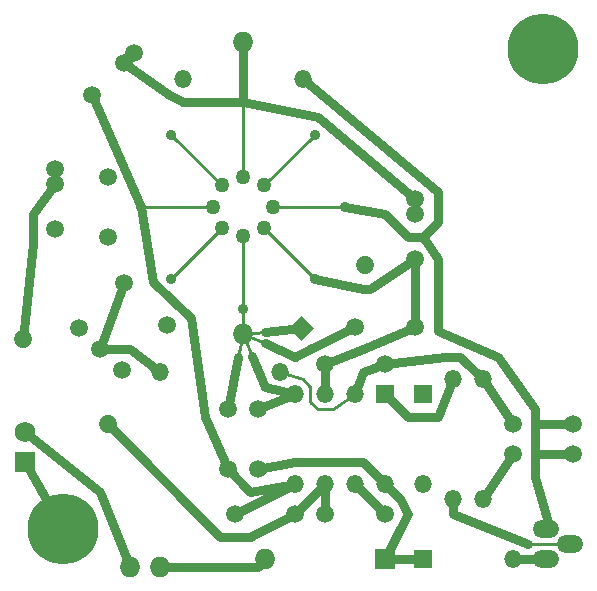
<source format=gbl>
G04 (created by PCBNEW (22-Jun-2014 BZR 4027)-stable) date Fri 29 Dec 2017 01:03:39 AM CST*
%MOIN*%
G04 Gerber Fmt 3.4, Leading zero omitted, Abs format*
%FSLAX34Y34*%
G01*
G70*
G90*
G04 APERTURE LIST*
%ADD10C,0.00590551*%
%ADD11O,0.0885X0.059*%
%ADD12O,0.059X0.059*%
%ADD13C,0.059*%
%ADD14C,0.05*%
%ADD15R,0.059X0.059*%
%ADD16O,0.069X0.069*%
%ADD17C,0.23622*%
%ADD18C,0.059*%
%ADD19R,0.069X0.069*%
%ADD20C,0.069*%
%ADD21C,0.035*%
%ADD22C,0.03*%
%ADD23C,0.01*%
G04 APERTURE END LIST*
G54D10*
G54D11*
X95852Y-43250D03*
X96647Y-43750D03*
X95852Y-44250D03*
G54D12*
X92750Y-38250D03*
X92750Y-42250D03*
X93750Y-42250D03*
X93750Y-38250D03*
X83000Y-38000D03*
X87000Y-38000D03*
X83750Y-28250D03*
X87750Y-28250D03*
G54D13*
X81250Y-39750D02*
X81250Y-39750D01*
X78421Y-36921D02*
X78421Y-36921D01*
G54D14*
X85042Y-31792D03*
X86457Y-31792D03*
X86739Y-32500D03*
X85750Y-31510D03*
X86457Y-33207D03*
X85750Y-33489D03*
X85042Y-33207D03*
X84760Y-32500D03*
G54D15*
X90500Y-38750D03*
G54D12*
X89500Y-38750D03*
X88500Y-38750D03*
X87500Y-38750D03*
X87500Y-41750D03*
X88500Y-41750D03*
X90500Y-41750D03*
X89500Y-41750D03*
G54D16*
X83000Y-44500D03*
X82000Y-44500D03*
G54D17*
X95750Y-27250D03*
G54D18*
X80292Y-36542D03*
X81707Y-37957D03*
X81000Y-37250D03*
X94750Y-40750D03*
X96750Y-40750D03*
X91500Y-36500D03*
X89500Y-36500D03*
X85250Y-41250D03*
X85250Y-39250D03*
X86250Y-41250D03*
X86250Y-39250D03*
X88500Y-42750D03*
X90500Y-42750D03*
X81792Y-35042D03*
X83207Y-36457D03*
X81250Y-31500D03*
X81250Y-33500D03*
X96750Y-39750D03*
X94750Y-39750D03*
X90500Y-37750D03*
X88500Y-37750D03*
X87500Y-42750D03*
X85500Y-42750D03*
G54D16*
X85750Y-36750D03*
G54D19*
X90500Y-44250D03*
G54D16*
X86500Y-44250D03*
G54D15*
X91750Y-38750D03*
G54D12*
X91750Y-41750D03*
G54D10*
G36*
X87689Y-36143D02*
X88106Y-36560D01*
X87689Y-36977D01*
X87272Y-36560D01*
X87689Y-36143D01*
X87689Y-36143D01*
G37*
G54D13*
X89810Y-34439D02*
X89810Y-34439D01*
G54D15*
X91750Y-44250D03*
G54D12*
X94750Y-44250D03*
G54D18*
X82133Y-27366D03*
X80719Y-28780D03*
X81780Y-27719D03*
X79500Y-31250D03*
X79500Y-33250D03*
X79500Y-31750D03*
X91500Y-32250D03*
X91500Y-34250D03*
X91500Y-32750D03*
G54D19*
X78500Y-41000D03*
G54D20*
X78500Y-40000D03*
G54D17*
X79750Y-43250D03*
G54D16*
X85750Y-27000D03*
G54D21*
X89150Y-32500D03*
X83350Y-34900D03*
X83350Y-30100D03*
X88150Y-34900D03*
X88150Y-30100D03*
X82350Y-32500D03*
X85750Y-29000D03*
X85750Y-35900D03*
G54D22*
X89500Y-41000D02*
X89750Y-41000D01*
X87500Y-41000D02*
X89500Y-41000D01*
X86250Y-41250D02*
X87500Y-41000D01*
X89750Y-41000D02*
X90500Y-41750D01*
X90500Y-41750D02*
X91000Y-42250D01*
X91000Y-43250D02*
X90500Y-44250D01*
X91250Y-42750D02*
X91000Y-43250D01*
X91000Y-42250D02*
X91250Y-42750D01*
X90500Y-44250D02*
X91750Y-44250D01*
X78500Y-41000D02*
X79750Y-43250D01*
X91750Y-33500D02*
X92250Y-33000D01*
X92250Y-32000D02*
X87750Y-28250D01*
X92250Y-33000D02*
X92250Y-32000D01*
G54D23*
X86739Y-32500D02*
X89150Y-32500D01*
G54D22*
X96750Y-39750D02*
X95500Y-39750D01*
X96750Y-40750D02*
X95500Y-40750D01*
X96000Y-43250D02*
X95500Y-41500D01*
X94250Y-37500D02*
X92250Y-36642D01*
X95500Y-39250D02*
X94250Y-37500D01*
X95500Y-41500D02*
X95500Y-40750D01*
X95500Y-40750D02*
X95500Y-39750D01*
X95500Y-39750D02*
X95500Y-39250D01*
X90500Y-32750D02*
X91250Y-33500D01*
X91250Y-33500D02*
X91750Y-33500D01*
X91750Y-33500D02*
X92250Y-34250D01*
X92250Y-34250D02*
X92250Y-36642D01*
X89150Y-32500D02*
X90500Y-32750D01*
G54D23*
X89250Y-32500D02*
X89150Y-32500D01*
G54D22*
X94750Y-44250D02*
X96000Y-44250D01*
X81000Y-37250D02*
X82000Y-37250D01*
X82000Y-37250D02*
X83000Y-38000D01*
G54D23*
X83350Y-34900D02*
X85042Y-33207D01*
G54D22*
X81000Y-37250D02*
X81792Y-35042D01*
X95250Y-43750D02*
X92750Y-42750D01*
G54D23*
X96500Y-43750D02*
X95250Y-43750D01*
G54D22*
X92750Y-42750D02*
X92750Y-42250D01*
X90500Y-38750D02*
X91250Y-39500D01*
X92250Y-39500D02*
X92750Y-38250D01*
X91250Y-39500D02*
X92250Y-39500D01*
X90500Y-37750D02*
X92500Y-37500D01*
X93000Y-37500D02*
X93750Y-38250D01*
X92500Y-37500D02*
X93000Y-37500D01*
X93750Y-38250D02*
X94750Y-39750D01*
G54D23*
X87000Y-38000D02*
X87750Y-38250D01*
X88750Y-39250D02*
X89500Y-38750D01*
X88250Y-39250D02*
X88750Y-39250D01*
X88000Y-39000D02*
X88250Y-39250D01*
X88000Y-38500D02*
X88000Y-39000D01*
X87750Y-38250D02*
X88000Y-38500D01*
G54D22*
X89500Y-38750D02*
X89750Y-38000D01*
X89750Y-38000D02*
X90500Y-37750D01*
X90500Y-42750D02*
X89500Y-41750D01*
X79500Y-31750D02*
X78750Y-32750D01*
X78750Y-32750D02*
X78750Y-33750D01*
X78750Y-33750D02*
X78421Y-36921D01*
G54D23*
X85042Y-31792D02*
X83350Y-30100D01*
X83350Y-30100D02*
X83400Y-30100D01*
G54D22*
X79500Y-31750D02*
X79500Y-31250D01*
X93750Y-42250D02*
X94750Y-40750D01*
G54D23*
X86457Y-33207D02*
X88150Y-34900D01*
G54D22*
X91500Y-34250D02*
X91500Y-36500D01*
X88150Y-34900D02*
X89750Y-35250D01*
X90000Y-35250D02*
X91500Y-34250D01*
X89750Y-35250D02*
X90000Y-35250D01*
X88500Y-37750D02*
X89750Y-37250D01*
X89750Y-37250D02*
X91500Y-36500D01*
X88500Y-38750D02*
X88500Y-37750D01*
G54D23*
X88150Y-34900D02*
X88250Y-35000D01*
X86457Y-31792D02*
X88150Y-30100D01*
G54D22*
X83000Y-44500D02*
X86250Y-44500D01*
X86250Y-44500D02*
X86500Y-44250D01*
X82350Y-32500D02*
X80719Y-28780D01*
G54D23*
X84760Y-32500D02*
X82350Y-32500D01*
G54D22*
X84500Y-39500D02*
X85250Y-41250D01*
X82750Y-35000D02*
X84030Y-36217D01*
X84030Y-36217D02*
X84500Y-39500D01*
X82350Y-32500D02*
X82750Y-35000D01*
X87500Y-41750D02*
X86000Y-42000D01*
X86000Y-42000D02*
X85250Y-41250D01*
X87500Y-41750D02*
X85500Y-42750D01*
X81250Y-39750D02*
X85000Y-43500D01*
X86000Y-43500D02*
X87500Y-42750D01*
X85000Y-43500D02*
X86000Y-43500D01*
X88500Y-41750D02*
X87500Y-42750D01*
X88500Y-41750D02*
X88500Y-42750D01*
X85750Y-29000D02*
X83750Y-29000D01*
X83250Y-28750D02*
X81780Y-27719D01*
X83750Y-29000D02*
X83250Y-28750D01*
X81780Y-27719D02*
X82133Y-27366D01*
X85750Y-29000D02*
X85750Y-27000D01*
X91500Y-32250D02*
X91500Y-32750D01*
X85750Y-29000D02*
X88250Y-29500D01*
X88250Y-29500D02*
X91500Y-32250D01*
G54D23*
X85750Y-31510D02*
X85750Y-29000D01*
G54D22*
X78500Y-40000D02*
X81000Y-42000D01*
X81000Y-42000D02*
X82000Y-44500D01*
G54D23*
X85750Y-36750D02*
X85750Y-35900D01*
X85750Y-35900D02*
X85750Y-33489D01*
X85750Y-36750D02*
X86474Y-37060D01*
G54D22*
X86474Y-37060D02*
X87500Y-37500D01*
X87500Y-37500D02*
X88000Y-37250D01*
X88000Y-37250D02*
X89500Y-36500D01*
G54D23*
X85750Y-36750D02*
X86060Y-37474D01*
G54D22*
X86060Y-37474D02*
X86500Y-38500D01*
X86500Y-38500D02*
X87500Y-38750D01*
G54D23*
X85750Y-36750D02*
X86492Y-36677D01*
G54D22*
X86492Y-36677D02*
X87689Y-36560D01*
X85250Y-39250D02*
X85596Y-37519D01*
G54D23*
X85596Y-37519D02*
X85750Y-36750D01*
G54D22*
X86250Y-39250D02*
X86250Y-39250D01*
X86250Y-39250D02*
X87500Y-38750D01*
G54D23*
X86250Y-39250D02*
X87500Y-38750D01*
M02*

</source>
